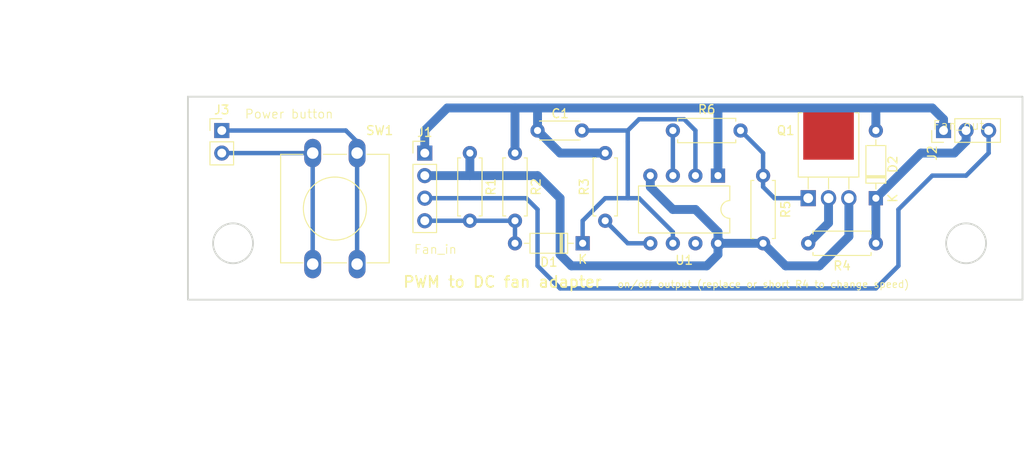
<source format=kicad_pcb>
(kicad_pcb (version 20240108) (generator "pcbnew") (generator_version "8.0")
  (layers (0 "F.Cu" signal) (31 "B.Cu" signal) (34 "B.Paste" user) (35 "F.Paste" user) (36 "B.SilkS" user "B.Silkscreen") (37 "F.SilkS" user "F.Silkscreen") (38 "B.Mask" user) (39 "F.Mask" user) (44 "Edge.Cuts" user))
  (net 0 "")
  (net 1 "Net-(D1-K)")
  (net 2 "GND")
  (net 3 "/PWM")
  (net 4 "/RPM")
  (net 5 "+12V")
  (net 6 "Net-(Q1-G)")
  (net 7 "Net-(Q1-D)")
  (net 8 "Net-(U1-CV)")
  (net 9 "Net-(U1-Q)")
  (net 11 "Net-(D2-K)")
  (net 12 "Net-(J3-Pin_1)")
  (net 13 "Net-(J3-Pin_2)")
  (footprint "Resistor_THT:R_Axial_DIN0207_L6.3mm_D2.5mm_P7.62mm_Horizontal" (layer "F.Cu") (at 139.7 53.34)
    (property "Reference" "R4" (at 3.81 2.54 0) (layer "F.SilkS"))
    (property "Value" "68")
    (fp_line (start 0.54 -1.37) (end 7.08 -1.37) (stroke (width 0.12)) (layer "F.SilkS"))
    (fp_line (start 0.54 -1.04) (end 0.54 -1.37) (stroke (width 0.12)) (layer "F.SilkS"))
    (fp_line (start 0.54 1.04) (end 0.54 1.37) (stroke (width 0.12)) (layer "F.SilkS"))
    (fp_line (start 0.54 1.37) (end 7.08 1.37) (stroke (width 0.12)) (layer "F.SilkS"))
    (fp_line (start 7.08 -1.37) (end 7.08 -1.04) (stroke (width 0.12)) (layer "F.SilkS"))
    (fp_line (start 7.08 1.37) (end 7.08 1.04) (stroke (width 0.12)) (layer "F.SilkS"))
    (pad "1" thru_hole circle (at 0 0) (size 1.6 1.6) (drill 0.8) (layers "*.Cu" "*.Mask") (net 7 "Net-(Q1-D)"))
    (pad "2" thru_hole oval (at 7.62 0) (size 1.6 1.6) (drill 0.8) (layers "*.Cu" "*.Mask") (net 11 "Net-(D2-K)"))
  )
  (footprint "Resistor_THT:R_Axial_DIN0207_L6.3mm_D2.5mm_P7.62mm_Horizontal" (layer "F.Cu") (at 124.46 40.64)
    (property "Reference" "R6" (at 3.81 -2.37 0) (layer "F.SilkS"))
    (property "Value" "10K")
    (fp_line (start 0.54 -1.37) (end 7.08 -1.37) (stroke (width 0.12)) (layer "F.SilkS"))
    (fp_line (start 0.54 -1.04) (end 0.54 -1.37) (stroke (width 0.12)) (layer "F.SilkS"))
    (fp_line (start 0.54 1.04) (end 0.54 1.37) (stroke (width 0.12)) (layer "F.SilkS"))
    (fp_line (start 0.54 1.37) (end 7.08 1.37) (stroke (width 0.12)) (layer "F.SilkS"))
    (fp_line (start 7.08 -1.37) (end 7.08 -1.04) (stroke (width 0.12)) (layer "F.SilkS"))
    (fp_line (start 7.08 1.37) (end 7.08 1.04) (stroke (width 0.12)) (layer "F.SilkS"))
    (pad "1" thru_hole circle (at 0 0) (size 1.6 1.6) (drill 0.8) (layers "*.Cu" "*.Mask") (net 9 "Net-(U1-Q)"))
    (pad "2" thru_hole oval (at 7.62 0) (size 1.6 1.6) (drill 0.8) (layers "*.Cu" "*.Mask") (net 6 "Net-(Q1-G)"))
  )
  (footprint "Diode_THT:D_DO-35_SOD27_P7.62mm_Horizontal" (layer "F.Cu") (at 114.3 53.34 180)
    (property "Reference" "D1" (at 3.81 -2.12 0) (layer "F.SilkS"))
    (property "Value" "D_Schottky")
    (fp_line (start 6.58 0) (end 5.93 0) (stroke (width 0.12)) (layer "F.SilkS"))
    (fp_line (start 5.93 1.12) (end 5.93 -1.12) (stroke (width 0.12)) (layer "F.SilkS"))
    (fp_line (start 5.93 -1.12) (end 1.69 -1.12) (stroke (width 0.12)) (layer "F.SilkS"))
    (fp_line (start 2.53 -1.12) (end 2.53 1.12) (stroke (width 0.12)) (layer "F.SilkS"))
    (fp_line (start 2.41 -1.12) (end 2.41 1.12) (stroke (width 0.12)) (layer "F.SilkS"))
    (fp_line (start 2.29 -1.12) (end 2.29 1.12) (stroke (width 0.12)) (layer "F.SilkS"))
    (fp_line (start 1.69 1.12) (end 5.93 1.12) (stroke (width 0.12)) (layer "F.SilkS"))
    (fp_line (start 1.69 -1.12) (end 1.69 1.12) (stroke (width 0.12)) (layer "F.SilkS"))
    (fp_line (start 1.04 0) (end 1.69 0) (stroke (width 0.12)) (layer "F.SilkS"))
    (fp_text user "K" (at 0 -1.8 0) (layer "F.SilkS"))
    (pad "1" thru_hole rect (at 0 0 180) (size 1.6 1.6) (drill 0.8) (layers "*.Cu" "*.Mask") (net 1 "Net-(D1-K)"))
    (pad "2" thru_hole oval (at 7.62 0 180) (size 1.6 1.6) (drill 0.8) (layers "*.Cu" "*.Mask") (net 3 "/PWM"))
  )
  (footprint "Package_DIP:DIP-8_W7.62mm" (layer "F.Cu") (at 129.54 45.72 -90)
    (property "Reference" "U1" (at 9.525 3.81 180) (layer "F.SilkS"))
    (property "Value" "SA555P")
    (fp_line (start 1.16 8.95) (end 6.46 8.95) (stroke (width 0.12)) (layer "F.SilkS"))
    (fp_line (start 6.46 8.95) (end 6.46 -1.33) (stroke (width 0.12)) (layer "F.SilkS"))
    (fp_line (start 1.16 -1.33) (end 1.16 8.95) (stroke (width 0.12)) (layer "F.SilkS"))
    (fp_line (start 2.81 -1.33) (end 1.16 -1.33) (stroke (width 0.12)) (layer "F.SilkS"))
    (fp_line (start 6.46 -1.33) (end 4.81 -1.33) (stroke (width 0.12)) (layer "F.SilkS"))
    (fp_arc (start 4.81 -1.33) (mid 3.81 -0.33) (end 2.81 -1.33) (stroke (width 0.12)) (layer "F.SilkS"))
    (pad "1" thru_hole rect (at 0 0 270) (size 1.6 1.6) (drill 0.8) (layers "*.Cu" "*.Mask") (net 2 "GND"))
    (pad "2" thru_hole oval (at 0 2.54 270) (size 1.6 1.6) (drill 0.8) (layers "*.Cu" "*.Mask") (net 1 "Net-(D1-K)"))
    (pad "3" thru_hole oval (at 0 5.08 270) (size 1.6 1.6) (drill 0.8) (layers "*.Cu" "*.Mask") (net 9 "Net-(U1-Q)"))
    (pad "4" thru_hole oval (at 0 7.62 270) (size 1.6 1.6) (drill 0.8) (layers "*.Cu" "*.Mask") (net 5 "+12V"))
    (pad "5" thru_hole oval (at 7.62 7.62 270) (size 1.6 1.6) (drill 0.8) (layers "*.Cu" "*.Mask") (net 8 "Net-(U1-CV)"))
    (pad "6" thru_hole oval (at 7.62 5.08 270) (size 1.6 1.6) (drill 0.8) (layers "*.Cu" "*.Mask") (net 1 "Net-(D1-K)"))
    (pad "7" thru_hole oval (at 7.62 2.54 270) (size 1.6 1.6) (drill 0.8) (layers "*.Cu" "*.Mask"))
    (pad "8" thru_hole oval (at 7.62 0 270) (size 1.6 1.6) (drill 0.8) (layers "*.Cu" "*.Mask") (net 5 "+12V"))
  )
  (footprint "Resistor_THT:R_Axial_DIN0207_L6.3mm_D2.5mm_P7.62mm_Horizontal" (layer "F.Cu") (at 134.62 53.34 90)
    (property "Reference" "R5" (at 3.81 2.54 90) (layer "F.SilkS"))
    (property "Value" "10K")
    (fp_line (start 7.08 -1.37) (end 7.08 -1.04) (stroke (width 0.12)) (layer "F.SilkS"))
    (fp_line (start 0.54 -1.37) (end 7.08 -1.37) (stroke (width 0.12)) (layer "F.SilkS"))
    (fp_line (start 0.54 -1.04) (end 0.54 -1.37) (stroke (width 0.12)) (layer "F.SilkS"))
    (fp_line (start 0.54 1.04) (end 0.54 1.37) (stroke (width 0.12)) (layer "F.SilkS"))
    (fp_line (start 7.08 1.37) (end 7.08 1.04) (stroke (width 0.12)) (layer "F.SilkS"))
    (fp_line (start 0.54 1.37) (end 7.08 1.37) (stroke (width 0.12)) (layer "F.SilkS"))
    (pad "1" thru_hole circle (at 0 0 90) (size 1.6 1.6) (drill 0.8) (layers "*.Cu" "*.Mask") (net 5 "+12V"))
    (pad "2" thru_hole oval (at 7.62 0 90) (size 1.6 1.6) (drill 0.8) (layers "*.Cu" "*.Mask") (net 6 "Net-(Q1-G)"))
  )
  (footprint "Resistor_THT:R_Axial_DIN0207_L6.3mm_D2.5mm_P7.62mm_Horizontal" (layer "F.Cu") (at 116.84 50.8 90)
    (property "Reference" "R3" (at 3.81 -2.37 90) (layer "F.SilkS"))
    (property "Value" "1.5K")
    (fp_line (start 7.08 -1.37) (end 7.08 -1.04) (stroke (width 0.12)) (layer "F.SilkS"))
    (fp_line (start 0.54 -1.37) (end 7.08 -1.37) (stroke (width 0.12)) (layer "F.SilkS"))
    (fp_line (start 0.54 -1.04) (end 0.54 -1.37) (stroke (width 0.12)) (layer "F.SilkS"))
    (fp_line (start 0.54 1.04) (end 0.54 1.37) (stroke (width 0.12)) (layer "F.SilkS"))
    (fp_line (start 7.08 1.37) (end 7.08 1.04) (stroke (width 0.12)) (layer "F.SilkS"))
    (fp_line (start 0.54 1.37) (end 7.08 1.37) (stroke (width 0.12)) (layer "F.SilkS"))
    (pad "1" thru_hole circle (at 0 0 90) (size 1.6 1.6) (drill 0.8) (layers "*.Cu" "*.Mask") (net 8 "Net-(U1-CV)"))
    (pad "2" thru_hole oval (at 7.62 0 90) (size 1.6 1.6) (drill 0.8) (layers "*.Cu" "*.Mask") (net 2 "GND"))
  )
  (footprint "Connector_PinHeader_2.54mm:PinHeader_1x04_P2.54mm_Vertical" (layer "F.Cu") (at 96.52 43.18)
    (property "Reference" "J1" (at 0 -2.33 0) (layer "F.SilkS"))
    (property "Value" "Fan_in")
    (fp_line (start -1.33 -1.33) (end 0 -1.33) (stroke (width 0.12)) (layer "F.SilkS"))
    (fp_line (start -1.33 0) (end -1.33 -1.33) (stroke (width 0.12)) (layer "F.SilkS"))
    (fp_line (start -1.33 1.27) (end -1.33 8.95) (stroke (width 0.12)) (layer "F.SilkS"))
    (fp_line (start -1.33 1.27) (end 1.33 1.27) (stroke (width 0.12)) (layer "F.SilkS"))
    (fp_line (start -1.33 8.95) (end 1.33 8.95) (stroke (width 0.12)) (layer "F.SilkS"))
    (fp_line (start 1.33 1.27) (end 1.33 8.95) (stroke (width 0.12)) (layer "F.SilkS"))
    (pad "1" thru_hole rect (at 0 0) (size 1.7 1.7) (drill 1) (layers "*.Cu" "*.Mask") (net 2 "GND"))
    (pad "2" thru_hole oval (at 0 2.54) (size 1.7 1.7) (drill 1) (layers "*.Cu" "*.Mask") (net 5 "+12V"))
    (pad "3" thru_hole oval (at 0 5.08) (size 1.7 1.7) (drill 1) (layers "*.Cu" "*.Mask") (net 4 "/RPM"))
    (pad "4" thru_hole oval (at 0 7.62) (size 1.7 1.7) (drill 1) (layers "*.Cu" "*.Mask") (net 3 "/PWM"))
  )
  (footprint "Connector_PinHeader_2.54mm:PinHeader_1x03_P2.54mm_Vertical" (layer "F.Cu") (at 154.94 40.64 90)
    (property "Reference" "J2" (at -2.54 -1.27 90) (layer "F.SilkS"))
    (property "Value" "Fan_out")
    (fp_line (start -1.33 -1.33) (end 0 -1.33) (stroke (width 0.12)) (layer "F.SilkS"))
    (fp_line (start -1.33 0) (end -1.33 -1.33) (stroke (width 0.12)) (layer "F.SilkS"))
    (fp_line (start 1.33 1.27) (end 1.33 6.41) (stroke (width 0.12)) (layer "F.SilkS"))
    (fp_line (start -1.33 1.27) (end 1.33 1.27) (stroke (width 0.12)) (layer "F.SilkS"))
    (fp_line (start -1.33 1.27) (end -1.33 6.41) (stroke (width 0.12)) (layer "F.SilkS"))
    (fp_line (start -1.33 6.41) (end 1.33 6.41) (stroke (width 0.12)) (layer "F.SilkS"))
    (pad "1" thru_hole rect (at 0 0 90) (size 1.7 1.7) (drill 1) (layers "*.Cu" "*.Mask") (net 2 "GND"))
    (pad "2" thru_hole oval (at 0 2.54 90) (size 1.7 1.7) (drill 1) (layers "*.Cu" "*.Mask") (net 11 "Net-(D2-K)"))
    (pad "3" thru_hole oval (at 0 5.08 90) (size 1.7 1.7) (drill 1) (layers "*.Cu" "*.Mask") (net 4 "/RPM"))
  )
  (footprint "Button_Switch_THT:SW_PUSH-12mm" (layer "F.Cu") (at 83.9 55.68 90)
    (property "Reference" "SW1" (at 15.04 7.54 180) (layer "F.SilkS"))
    (property "Value" "SW_Power")
    (fp_line (start 12.36 -3.61) (end 12.36 -1.1) (stroke (width 0.12)) (layer "F.SilkS"))
    (fp_line (start 0.14 -3.61) (end 12.36 -3.61) (stroke (width 0.12)) (layer "F.SilkS"))
    (fp_line (start 0.14 -3.61) (end 0.14 -1.1) (stroke (width 0.12)) (layer "F.SilkS"))
    (fp_line (start 12.36 1.2) (end 12.36 3.8) (stroke (width 0.12)) (layer "F.SilkS"))
    (fp_line (start 0.14 1.2) (end 0.14 3.8) (stroke (width 0.12)) (layer "F.SilkS"))
    (fp_line (start 12.36 6.1) (end 12.36 8.61) (stroke (width 0.12)) (layer "F.SilkS"))
    (fp_line (start 0.14 6.1) (end 0.14 8.61) (stroke (width 0.12)) (layer "F.SilkS"))
    (fp_line (start 12.36 8.61) (end 0.14 8.61) (stroke (width 0.12)) (layer "F.SilkS"))
    (fp_circle (center 6.25 2.5) (end 9.8 2.5) (stroke (width 0.12)) (fill none) (layer "F.SilkS"))
    (pad "1" thru_hole oval (at 0 0 90) (size 3.2 1.9) (drill 1.3) (layers "*.Cu" "*.Mask") (net 13 "Net-(J3-Pin_2)"))
    (pad "1" thru_hole oval (at 12.5 0 90) (size 3.2 1.9) (drill 1.3) (layers "*.Cu" "*.Mask") (net 13 "Net-(J3-Pin_2)"))
    (pad "2" thru_hole oval (at 0 5 90) (size 3.2 1.9) (drill 1.3) (layers "*.Cu" "*.Mask") (net 12 "Net-(J3-Pin_1)"))
    (pad "2" thru_hole oval (at 12.5 5 90) (size 3.2 1.9) (drill 1.3) (layers "*.Cu" "*.Mask") (net 12 "Net-(J3-Pin_1)"))
  )
  (footprint "Diode_THT:D_DO-35_SOD27_P7.62mm_Horizontal" (layer "F.Cu") (at 147.32 48.26 90)
    (property "Reference" "D2" (at 3.81 1.905 90) (layer "F.SilkS"))
    (property "Value" "D")
    (fp_line (start 5.93 -1.12) (end 1.69 -1.12) (stroke (width 0.12)) (layer "F.SilkS"))
    (fp_line (start 2.53 -1.12) (end 2.53 1.12) (stroke (width 0.12)) (layer "F.SilkS"))
    (fp_line (start 2.41 -1.12) (end 2.41 1.12) (stroke (width 0.12)) (layer "F.SilkS"))
    (fp_line (start 2.29 -1.12) (end 2.29 1.12) (stroke (width 0.12)) (layer "F.SilkS"))
    (fp_line (start 1.69 -1.12) (end 1.69 1.12) (stroke (width 0.12)) (layer "F.SilkS"))
    (fp_line (start 6.58 0) (end 5.93 0) (stroke (width 0.12)) (layer "F.SilkS"))
    (fp_line (start 1.04 0) (end 1.69 0) (stroke (width 0.12)) (layer "F.SilkS"))
    (fp_line (start 5.93 1.12) (end 5.93 -1.12) (stroke (width 0.12)) (layer "F.SilkS"))
    (fp_line (start 1.69 1.12) (end 5.93 1.12) (stroke (width 0.12)) (layer "F.SilkS"))
    (fp_text user "K" (at 0 1.905 90) (layer "F.SilkS"))
    (pad "1" thru_hole rect (at 0 0 90) (size 1.6 1.6) (drill 0.8) (layers "*.Cu" "*.Mask") (net 11 "Net-(D2-K)"))
    (pad "2" thru_hole oval (at 7.62 0 90) (size 1.6 1.6) (drill 0.8) (layers "*.Cu" "*.Mask") (net 2 "GND"))
  )
  (footprint "Resistor_THT:R_Axial_DIN0207_L6.3mm_D2.5mm_P7.62mm_Horizontal" (layer "F.Cu") (at 106.68 43.18 -90)
    (property "Reference" "R2" (at 3.81 -2.37 90) (layer "F.SilkS"))
    (property "Value" "3.3K")
    (fp_line (start 0.54 1.37) (end 7.08 1.37) (stroke (width 0.12)) (layer "F.SilkS"))
    (fp_line (start 7.08 1.37) (end 7.08 1.04) (stroke (width 0.12)) (layer "F.SilkS"))
    (fp_line (start 0.54 1.04) (end 0.54 1.37) (stroke (width 0.12)) (layer "F.SilkS"))
    (fp_line (start 0.54 -1.04) (end 0.54 -1.37) (stroke (width 0.12)) (layer "F.SilkS"))
    (fp_line (start 0.54 -1.37) (end 7.08 -1.37) (stroke (width 0.12)) (layer "F.SilkS"))
    (fp_line (start 7.08 -1.37) (end 7.08 -1.04) (stroke (width 0.12)) (layer "F.SilkS"))
    (pad "1" thru_hole circle (at 0 0 270) (size 1.6 1.6) (drill 0.8) (layers "*.Cu" "*.Mask") (net 2 "GND"))
    (pad "2" thru_hole oval (at 7.62 0 270) (size 1.6 1.6) (drill 0.8) (layers "*.Cu" "*.Mask") (net 3 "/PWM"))
  )
  (footprint "Resistor_THT:R_Axial_DIN0207_L6.3mm_D2.5mm_P7.62mm_Horizontal" (layer "F.Cu") (at 101.6 43.18 -90)
    (property "Reference" "R1" (at 3.81 -2.37 90) (layer "F.SilkS"))
    (property "Value" "10K")
    (fp_line (start 0.54 1.37) (end 7.08 1.37) (stroke (width 0.12)) (layer "F.SilkS"))
    (fp_line (start 7.08 1.37) (end 7.08 1.04) (stroke (width 0.12)) (layer "F.SilkS"))
    (fp_line (start 0.54 1.04) (end 0.54 1.37) (stroke (width 0.12)) (layer "F.SilkS"))
    (fp_line (start 0.54 -1.04) (end 0.54 -1.37) (stroke (width 0.12)) (layer "F.SilkS"))
    (fp_line (start 0.54 -1.37) (end 7.08 -1.37) (stroke (width 0.12)) (layer "F.SilkS"))
    (fp_line (start 7.08 -1.37) (end 7.08 -1.04) (stroke (width 0.12)) (layer "F.SilkS"))
    (pad "1" thru_hole circle (at 0 0 270) (size 1.6 1.6) (drill 0.8) (layers "*.Cu" "*.Mask") (net 5 "+12V"))
    (pad "2" thru_hole oval (at 7.62 0 270) (size 1.6 1.6) (drill 0.8) (layers "*.Cu" "*.Mask") (net 3 "/PWM"))
  )
  (footprint "Package_TO_SOT_THT:TO-251-3-1EP_Horizontal_TabDown" (layer "F.Cu") (at 139.7 48.26)
    (property "Reference" "Q1" (at -2.54 -7.62 0) (layer "F.SilkS"))
    (property "Value" "IRFU5305PbF")
    (fp_line (start -1.12 -9.62) (end -1.12 -2.38) (stroke (width 0.12)) (layer "F.SilkS"))
    (fp_line (start -1.12 -9.62) (end -0.711 -9.62) (stroke (width 0.12)) (layer "F.SilkS"))
    (fp_line (start -1.12 -2.38) (end 5.7 -2.38) (stroke (width 0.12)) (layer "F.SilkS"))
    (fp_line (start 0 -2.38) (end 0 -1.05) (stroke (width 0.12)) (layer "F.SilkS"))
    (fp_line (start 2.29 -2.38) (end 2.29 -1.05) (stroke (width 0.12)) (layer "F.SilkS"))
    (fp_line (start 4.58 -2.38) (end 4.58 -1.05) (stroke (width 0.12)) (layer "F.SilkS"))
    (fp_line (start 5.291 -9.62) (end 5.7 -9.62) (stroke (width 0.12)) (layer "F.SilkS"))
    (fp_line (start 5.7 -9.62) (end 5.7 -2.38) (stroke (width 0.12)) (layer "F.SilkS"))
    (pad "1" thru_hole rect (at 0 0) (size 1.7175 1.8) (drill 1.1) (layers "*.Cu" "*.Mask") (net 6 "Net-(Q1-G)"))
    (pad "2" thru_hole oval (at 2.29 0) (size 1.7175 1.8) (drill 1.1) (layers "*.Cu" "*.Mask") (net 7 "Net-(Q1-D)"))
    (pad "3" thru_hole oval (at 4.58 0) (size 1.7175 1.8) (drill 1.1) (layers "*.Cu" "*.Mask") (net 5 "+12V"))
    (pad "4" smd rect (at 2.29 -7.433333) (size 5.7 6.2) (layers "F.Cu" "F.Paste" "F.Mask"))
  )
  (footprint "Capacitor_THT:C_Disc_D4.3mm_W1.9mm_P5.00mm" (layer "F.Cu") (at 114.22 40.64 180)
    (property "Reference" "C1" (at 2.46 1.905 0) (layer "F.SilkS"))
    (property "Value" "10nF")
    (fp_line (start 4.77 1.055) (end 4.77 1.07) (stroke (width 0.12)) (layer "F.SilkS"))
    (fp_line (start 4.77 -1.07) (end 4.77 -1.055) (stroke (width 0.12)) (layer "F.SilkS"))
    (fp_line (start 0.23 1.07) (end 4.77 1.07) (stroke (width 0.12)) (layer "F.SilkS"))
    (fp_line (start 0.23 1.055) (end 0.23 1.07) (stroke (width 0.12)) (layer "F.SilkS"))
    (fp_line (start 0.23 -1.07) (end 4.77 -1.07) (stroke (width 0.12)) (layer "F.SilkS"))
    (fp_line (start 0.23 -1.07) (end 0.23 -1.055) (stroke (width 0.12)) (layer "F.SilkS"))
    (pad "1" thru_hole circle (at 0 0 180) (size 1.6 1.6) (drill 0.8) (layers "*.Cu" "*.Mask") (net 1 "Net-(D1-K)"))
    (pad "2" thru_hole circle (at 5 0 180) (size 1.6 1.6) (drill 0.8) (layers "*.Cu" "*.Mask") (net 2 "GND"))
  )
  (footprint "Connector_PinHeader_2.54mm:PinHeader_1x02_P2.54mm_Vertical" (layer "F.Cu") (at 73.66 40.64)
    (property "Reference" "J3" (at 0 -2.33 0) (layer "F.SilkS"))
    (property "Value" "Conn_PowerButton")
    (fp_line (start -1.33 -1.33) (end 0 -1.33) (stroke (width 0.12)) (layer "F.SilkS"))
    (fp_line (start -1.33 0) (end -1.33 -1.33) (stroke (width 0.12)) (layer "F.SilkS"))
    (fp_line (start -1.33 1.27) (end -1.33 3.87) (stroke (width 0.12)) (layer "F.SilkS"))
    (fp_line (start -1.33 1.27) (end 1.33 1.27) (stroke (width 0.12)) (layer "F.SilkS"))
    (fp_line (start -1.33 3.87) (end 1.33 3.87) (stroke (width 0.12)) (layer "F.SilkS"))
    (fp_line (start 1.33 1.27) (end 1.33 3.87) (stroke (width 0.12)) (layer "F.SilkS"))
    (pad "1" thru_hole rect (at 0 0) (size 1.7 1.7) (drill 1) (layers "*.Cu" "*.Mask") (net 12 "Net-(J3-Pin_1)"))
    (pad "2" thru_hole oval (at 0 2.54) (size 1.7 1.7) (drill 1) (layers "*.Cu" "*.Mask") (net 13 "Net-(J3-Pin_2)"))
  )
  (gr_circle (center 157.48 53.34) (end 159.73 53.34) (stroke (width 0.2)) (fill none) (layer "Edge.Cuts"))
  (gr_circle (center 74.93 53.34) (end 77.18 53.34) (stroke (width 0.2)) (fill none) (layer "Edge.Cuts"))
  (gr_rect (start 69.85 36.83) (end 163.83 59.69) (stroke (width 0.2)) (fill none) (layer "Edge.Cuts"))
  (gr_text "Fan_in" (at 95.25 54.61 0) (layer "F.SilkS") (effects (font (size 1 1) (thickness 0.1)) (justify left bottom)))
  (gr_text "Power button" (at 76.2 39.37 0) (layer "F.SilkS") (effects (font (size 1 1) (thickness 0.1)) (justify left bottom)))
  (gr_text "Fan_out" (at 153.67 40.64 0) (layer "F.SilkS") (effects (font (size 1 1) (thickness 0.1)) (justify left bottom)))
  (gr_text "on/off output (replace or short R4 to change speed)" (at 151.13 58.42 0) (layer "F.SilkS") (effects (font (size 0.8 0.8) (thickness 0.1)) (justify right bottom)))
  (gr_text "PWM to DC fan adapter" (at 93.98 58.42 0) (layer "F.SilkS") (effects (font (size 1.25 1.25) (thickness 0.2) (bold yes)) (justify left bottom)))
  (segment (start 124.46 53.34) (end 124.46 52.07) (width 0.5) (layer "B.Cu") (net 1))
  (segment (start 127 45.72) (end 127 40.64) (width 0.5) (layer "B.Cu") (net 1))
  (segment (start 120.65 39.37) (end 119.38 40.64) (width 0.5) (layer "B.Cu") (net 1))
  (segment (start 114.22 40.64) (end 119.38 40.64) (width 0.5) (layer "B.Cu") (net 1))
  (segment (start 125.73 39.37) (end 120.65 39.37) (width 0.5) (layer "B.Cu") (net 1))
  (segment (start 127 40.64) (end 125.73 39.37) (width 0.5) (layer "B.Cu") (net 1))
  (segment (start 114.3 50.8) (end 116.84 48.26) (width 0.5) (layer "B.Cu") (net 1))
  (segment (start 124.46 52.07) (end 120.65 48.26) (width 0.5) (layer "B.Cu") (net 1))
  (segment (start 114.3 53.34) (end 114.3 50.8) (width 0.5) (layer "B.Cu") (net 1))
  (segment (start 119.38 41.91) (end 119.38 40.64) (width 0.5) (layer "B.Cu") (net 1))
  (segment (start 116.84 48.26) (end 119.38 48.26) (width 0.5) (layer "B.Cu") (net 1))
  (segment (start 119.38 48.26) (end 119.38 41.91) (width 0.5) (layer "B.Cu") (net 1))
  (segment (start 119.38 48.26) (end 120.65 48.26) (width 0.5) (layer "B.Cu") (net 1))
  (segment (start 106.68 38.1) (end 109.22 38.1) (width 1) (layer "B.Cu") (net 2))
  (segment (start 96.52 40.64) (end 99.06 38.1) (width 1) (layer "B.Cu") (net 2))
  (segment (start 147.32 38.1) (end 153.67 38.1) (width 1) (layer "B.Cu") (net 2))
  (segment (start 129.54 38.1) (end 147.32 38.1) (width 1) (layer "B.Cu") (net 2))
  (segment (start 96.52 43.18) (end 96.52 40.64) (width 1) (layer "B.Cu") (net 2))
  (segment (start 109.22 38.1) (end 129.54 38.1) (width 1) (layer "B.Cu") (net 2))
  (segment (start 109.22 40.64) (end 109.22 38.1) (width 1) (layer "B.Cu") (net 2))
  (segment (start 111.76 43.18) (end 109.22 40.64) (width 1) (layer "B.Cu") (net 2))
  (segment (start 116.84 43.18) (end 111.76 43.18) (width 1) (layer "B.Cu") (net 2))
  (segment (start 147.32 38.1) (end 147.32 40.64) (width 1) (layer "B.Cu") (net 2))
  (segment (start 129.54 45.72) (end 129.54 38.1) (width 1) (layer "B.Cu") (net 2))
  (segment (start 99.06 38.1) (end 106.68 38.1) (width 1) (layer "B.Cu") (net 2))
  (segment (start 154.94 39.37) (end 154.94 40.64) (width 1) (layer "B.Cu") (net 2))
  (segment (start 153.67 38.1) (end 154.94 39.37) (width 1) (layer "B.Cu") (net 2))
  (segment (start 106.68 43.18) (end 106.68 38.1) (width 1) (layer "B.Cu") (net 2))
  (segment (start 106.68 50.8) (end 106.68 53.34) (width 0.5) (layer "B.Cu") (net 3))
  (segment (start 101.6 50.8) (end 106.68 50.8) (width 0.5) (layer "B.Cu") (net 3))
  (segment (start 96.52 50.8) (end 101.6 50.8) (width 0.5) (layer "B.Cu") (net 3))
  (segment (start 147.32 58.42) (end 149.86 55.88) (width 0.5) (layer "B.Cu") (net 4))
  (segment (start 111.76 58.42) (end 147.32 58.42) (width 0.5) (layer "B.Cu") (net 4))
  (segment (start 149.86 55.88) (end 149.86 49.53) (width 0.5) (layer "B.Cu") (net 4))
  (segment (start 149.86 49.53) (end 153.67 45.72) (width 0.5) (layer "B.Cu") (net 4))
  (segment (start 107.95 48.26) (end 109.22 49.53) (width 0.5) (layer "B.Cu") (net 4))
  (segment (start 109.22 49.53) (end 109.22 55.88) (width 0.5) (layer "B.Cu") (net 4))
  (segment (start 153.67 45.72) (end 157.48 45.72) (width 0.5) (layer "B.Cu") (net 4))
  (segment (start 109.22 55.88) (end 111.76 58.42) (width 0.5) (layer "B.Cu") (net 4))
  (segment (start 157.48 45.72) (end 160.02 43.18) (width 0.5) (layer "B.Cu") (net 4))
  (segment (start 160.02 43.18) (end 160.02 40.64) (width 0.5) (layer "B.Cu") (net 4))
  (segment (start 96.52 48.26) (end 107.95 48.26) (width 0.5) (layer "B.Cu") (net 4))
  (segment (start 111.76 48.26) (end 109.22 45.72) (width 1) (layer "B.Cu") (net 5))
  (segment (start 111.76 54.61) (end 111.76 48.26) (width 1) (layer "B.Cu") (net 5))
  (segment (start 129.54 53.34) (end 129.54 54.61) (width 1) (layer "B.Cu") (net 5))
  (segment (start 101.6 45.72) (end 101.6 43.18) (width 1) (layer "B.Cu") (net 5))
  (segment (start 140.97 55.88) (end 144.28 52.57) (width 1) (layer "B.Cu") (net 5))
  (segment (start 129.54 53.34) (end 129.54 52.07) (width 1) (layer "B.Cu") (net 5))
  (segment (start 134.62 53.34) (end 137.16 55.88) (width 1) (layer "B.Cu") (net 5))
  (segment (start 137.16 55.88) (end 140.97 55.88) (width 1) (layer "B.Cu") (net 5))
  (segment (start 96.52 45.72) (end 101.6 45.72) (width 1) (layer "B.Cu") (net 5))
  (segment (start 121.92 46.99) (end 121.92 45.72) (width 1) (layer "B.Cu") (net 5))
  (segment (start 144.28 52.57) (end 144.28 48.26) (width 1) (layer "B.Cu") (net 5))
  (segment (start 111.76 54.61) (end 113.03 55.88) (width 1) (layer "B.Cu") (net 5))
  (segment (start 129.54 54.61) (end 128.27 55.88) (width 1) (layer "B.Cu") (net 5))
  (segment (start 109.22 45.72) (end 101.6 45.72) (width 1) (layer "B.Cu") (net 5))
  (segment (start 129.54 53.34) (end 134.62 53.34) (width 1) (layer "B.Cu") (net 5))
  (segment (start 127 49.53) (end 124.46 49.53) (width 1) (layer "B.Cu") (net 5))
  (segment (start 128.27 55.88) (end 113.03 55.88) (width 1) (layer "B.Cu") (net 5))
  (segment (start 129.54 52.07) (end 127 49.53) (width 1) (layer "B.Cu") (net 5))
  (segment (start 124.46 49.53) (end 121.92 46.99) (width 1) (layer "B.Cu") (net 5))
  (segment (start 134.62 46.99) (end 134.62 45.72) (width 0.5) (layer "B.Cu") (net 6))
  (segment (start 139.7 48.26) (end 135.89 48.26) (width 0.5) (layer "B.Cu") (net 6))
  (segment (start 134.62 43.18) (end 134.62 45.72) (width 0.5) (layer "B.Cu") (net 6))
  (segment (start 132.08 40.64) (end 134.62 43.18) (width 0.5) (layer "B.Cu") (net 6))
  (segment (start 135.89 48.26) (end 134.62 46.99) (width 0.5) (layer "B.Cu") (net 6))
  (segment (start 141.99 51.05) (end 139.7 53.34) (width 1) (layer "B.Cu") (net 7))
  (segment (start 141.99 48.26) (end 141.99 51.05) (width 1) (layer "B.Cu") (net 7))
  (segment (start 121.92 53.34) (end 119.38 53.34) (width 0.5) (layer "B.Cu") (net 8))
  (segment (start 116.84 50.8) (end 119.38 53.34) (width 0.5) (layer "B.Cu") (net 8))
  (segment (start 124.46 45.72) (end 124.46 40.64) (width 0.5) (layer "B.Cu") (net 9))
  (segment (start 156.142081 43.18) (end 157.48 41.842081) (width 1) (layer "B.Cu") (net 11))
  (segment (start 147.32 48.26) (end 152.4 43.18) (width 1) (layer "B.Cu") (net 11))
  (segment (start 152.4 43.18) (end 156.142081 43.18) (width 1) (layer "B.Cu") (net 11))
  (segment (start 147.32 53.34) (end 147.32 48.26) (width 1) (layer "B.Cu") (net 11))
  (segment (start 157.48 41.842081) (end 157.48 40.64) (width 1) (layer "B.Cu") (net 11))
  (segment (start 88.9 41.91) (end 88.9 43.18) (width 0.5) (layer "B.Cu") (net 12))
  (segment (start 73.66 40.64) (end 87.63 40.64) (width 0.5) (layer "B.Cu") (net 12))
  (segment (start 87.63 40.64) (end 88.9 41.91) (width 0.5) (layer "B.Cu") (net 12))
  (segment (start 88.9 44.45) (end 88.9 56.95) (width 0.5) (layer "B.Cu") (net 12))
  (segment (start 88.9 43.18) (end 88.9 44.45) (width 0.5) (layer "B.Cu") (net 12))
  (segment (start 83.9 44.45) (end 83.9 56.95) (width 0.5) (layer "B.Cu") (net 13))
  (segment (start 73.66 43.18) (end 83.9 43.18) (width 0.5) (layer "B.Cu") (net 13))
)
</source>
